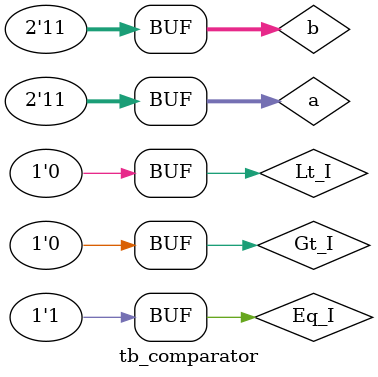
<source format=v>
/* 2비교기 테스트 벤치 */

`timescale 1ns/10ps 

module tb_comparator;
	reg	[1:0]	a; 
	reg	[1:0]	b; 
	reg		Gt_I;
	reg		Eq_I;
	reg		Lt_I;

	wire		Gt;
	wire		Eq;
	wire		Lt;

	//이름에 의한 매핑
	comparator_2 tb(.Gt_I(Gt_I), .Eq_I(Eq_I), .Lt_I(Lt_I), .a(a), .b(b), .Gt(Gt), .Eq(Eq), .Lt(Lt)); 

  //여기서부터 waveform을 보기위한 파일을 만드는 코드
	initial 
	begin
		$dumpfile("test_comparator4_out.vcd"); 
		$dumpvars(-1,tb);    
		$monitor("%b", Gt);
		$monitor("%b", Eq);
		$monitor("%b", Lt);
	end
   //waveform을 보기위한 코드 끝

	initial 

	begin
		Gt_I = 0;	Eq_I = 1;	Lt_I = 0;
		a = 2'b00; b = 2'b00; 
		#50 a = 2'b01; b = 2'b00; 
		#50 a = 2'b01; b = 2'b01; 
		#50 a = 2'b01; b = 2'b10; 
		#50 a = 2'b10; b = 2'b10; 
		#50 a = 2'b11; b = 2'b10; 
		#50 a = 2'b11; b = 2'b11; 
		#50;
	end

endmodule
</source>
